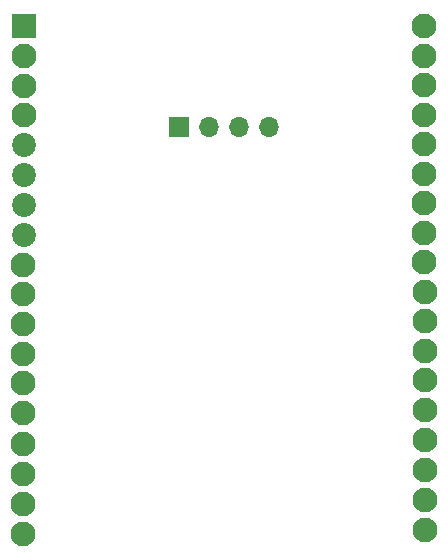
<source format=gbr>
%TF.GenerationSoftware,KiCad,Pcbnew,(6.0.1)*%
%TF.CreationDate,2022-04-28T08:04:20-05:00*%
%TF.ProjectId,AddOnBoard,4164644f-6e42-46f6-9172-642e6b696361,rev?*%
%TF.SameCoordinates,Original*%
%TF.FileFunction,Soldermask,Bot*%
%TF.FilePolarity,Negative*%
%FSLAX46Y46*%
G04 Gerber Fmt 4.6, Leading zero omitted, Abs format (unit mm)*
G04 Created by KiCad (PCBNEW (6.0.1)) date 2022-04-28 08:04:20*
%MOMM*%
%LPD*%
G01*
G04 APERTURE LIST*
%ADD10R,1.700000X1.700000*%
%ADD11O,1.700000X1.700000*%
%ADD12R,2.100000X2.100000*%
%ADD13C,2.100000*%
%ADD14C,2.020000*%
G04 APERTURE END LIST*
D10*
%TO.C,J3*%
X108204000Y-80518000D03*
D11*
X110744000Y-80518000D03*
X113284000Y-80518000D03*
X115824000Y-80518000D03*
%TD*%
D12*
%TO.C,J1*%
X95046800Y-71985200D03*
D13*
X95046800Y-74525200D03*
%TD*%
%TO.C,J4*%
X128955800Y-72002000D03*
X128955800Y-74502000D03*
X128955800Y-77002000D03*
X128955800Y-79502000D03*
%TD*%
%TO.C,J5*%
X128981200Y-82016600D03*
X128981200Y-84516600D03*
X128981200Y-87016600D03*
X128981200Y-89516600D03*
X128981200Y-92016600D03*
%TD*%
%TO.C,J6*%
X129006600Y-94513400D03*
X129006600Y-97013400D03*
X129006600Y-99513400D03*
X129006600Y-102013400D03*
X129006600Y-104513400D03*
%TD*%
%TO.C,J7*%
X95050000Y-77050000D03*
X95050000Y-79550000D03*
%TD*%
%TO.C,J8*%
X95000000Y-92225000D03*
X95000000Y-94725000D03*
X95000000Y-97225000D03*
%TD*%
%TO.C,J9*%
X95000000Y-99750000D03*
X95000000Y-102250000D03*
X95000000Y-104750000D03*
%TD*%
%TO.C,J12*%
X95021400Y-107416600D03*
X95021400Y-109956600D03*
X95021400Y-112496600D03*
X95021400Y-115036600D03*
%TD*%
%TO.C,J10*%
X129006600Y-107071000D03*
X129006600Y-109611000D03*
X129006600Y-112151000D03*
X129006600Y-114691000D03*
%TD*%
D14*
%TO.C,J2*%
X95050000Y-82075000D03*
X95050000Y-84615000D03*
X95050000Y-87155000D03*
X95050000Y-89695000D03*
%TD*%
M02*

</source>
